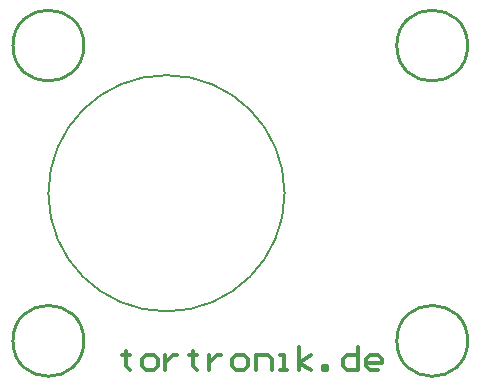
<source format=gto>
%FSLAX25Y25*%
%MOIN*%
G70*
G01*
G75*
G04 Layer_Color=65535*
%ADD10C,0.01000*%
%ADD11C,0.06693*%
%ADD12C,0.19685*%
%ADD13C,0.04331*%
%ADD14C,0.05906*%
%ADD15C,0.08661*%
%ADD16C,0.03937*%
%ADD17R,0.05512X0.04331*%
%ADD18C,0.00787*%
%ADD19C,0.00984*%
%ADD20C,0.01181*%
D18*
X314961Y295276D02*
G03*
X314961Y295276I-39370J0D01*
G01*
D19*
X248031Y344488D02*
G03*
X248031Y344488I-11811J0D01*
G01*
X375984D02*
G03*
X375984Y344488I-11811J0D01*
G01*
Y246063D02*
G03*
X375984Y246063I-11811J0D01*
G01*
X248031D02*
G03*
X248031Y246063I-11811J0D01*
G01*
D20*
X262139Y242780D02*
Y241468D01*
X260827D01*
X263451D01*
X262139D01*
Y237532D01*
X263451Y236221D01*
X268698D02*
X271322D01*
X272634Y237532D01*
Y240156D01*
X271322Y241468D01*
X268698D01*
X267386Y240156D01*
Y237532D01*
X268698Y236221D01*
X275258Y241468D02*
Y236221D01*
Y238844D01*
X276570Y240156D01*
X277882Y241468D01*
X279194D01*
X284441Y242780D02*
Y241468D01*
X283129D01*
X285753D01*
X284441D01*
Y237532D01*
X285753Y236221D01*
X289689Y241468D02*
Y236221D01*
Y238844D01*
X291001Y240156D01*
X292313Y241468D01*
X293625D01*
X298872Y236221D02*
X301496D01*
X302808Y237532D01*
Y240156D01*
X301496Y241468D01*
X298872D01*
X297560Y240156D01*
Y237532D01*
X298872Y236221D01*
X305432D02*
Y241468D01*
X309367D01*
X310680Y240156D01*
Y236221D01*
X313303D02*
X315927D01*
X314615D01*
Y241468D01*
X313303D01*
X319863Y236221D02*
Y244092D01*
Y238844D02*
X323799Y241468D01*
X319863Y238844D02*
X323799Y236221D01*
X327734D02*
Y237532D01*
X329046D01*
Y236221D01*
X327734D01*
X339542Y244092D02*
Y236221D01*
X335606D01*
X334294Y237532D01*
Y240156D01*
X335606Y241468D01*
X339542D01*
X346101Y236221D02*
X343477D01*
X342165Y237532D01*
Y240156D01*
X343477Y241468D01*
X346101D01*
X347413Y240156D01*
Y238844D01*
X342165D01*
M02*

</source>
